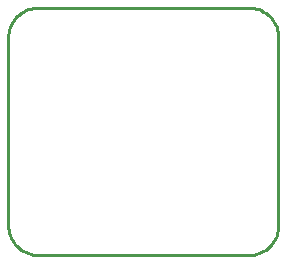
<source format=gbr>
G04 EAGLE Gerber RS-274X export*
G75*
%MOMM*%
%FSLAX34Y34*%
%LPD*%
%IN*%
%IPPOS*%
%AMOC8*
5,1,8,0,0,1.08239X$1,22.5*%
G01*
%ADD10C,0.254000*%


D10*
X0Y25400D02*
X97Y23186D01*
X386Y20989D01*
X865Y18826D01*
X1532Y16713D01*
X2380Y14666D01*
X3403Y12700D01*
X4594Y10831D01*
X5942Y9073D01*
X7440Y7440D01*
X9073Y5942D01*
X10831Y4594D01*
X12700Y3403D01*
X14666Y2380D01*
X16713Y1532D01*
X18826Y865D01*
X20989Y386D01*
X23186Y97D01*
X25400Y0D01*
X203200Y0D01*
X205414Y97D01*
X207611Y386D01*
X209774Y865D01*
X211887Y1532D01*
X213935Y2380D01*
X215900Y3403D01*
X217769Y4594D01*
X219527Y5942D01*
X221161Y7440D01*
X222658Y9073D01*
X224006Y10831D01*
X225197Y12700D01*
X226220Y14666D01*
X227068Y16713D01*
X227735Y18826D01*
X228214Y20989D01*
X228503Y23186D01*
X228600Y25400D01*
X228600Y184300D01*
X228503Y186514D01*
X228214Y188711D01*
X227735Y190874D01*
X227068Y192987D01*
X226220Y195035D01*
X225197Y197000D01*
X224006Y198869D01*
X222658Y200627D01*
X221161Y202261D01*
X219527Y203758D01*
X217769Y205106D01*
X215900Y206297D01*
X213935Y207320D01*
X211887Y208168D01*
X209774Y208835D01*
X207611Y209314D01*
X205414Y209603D01*
X203200Y209700D01*
X25400Y209700D01*
X23186Y209603D01*
X20989Y209314D01*
X18826Y208835D01*
X16713Y208168D01*
X14666Y207320D01*
X12700Y206297D01*
X10831Y205106D01*
X9073Y203758D01*
X7440Y202261D01*
X5942Y200627D01*
X4594Y198869D01*
X3403Y197000D01*
X2380Y195035D01*
X1532Y192987D01*
X865Y190874D01*
X386Y188711D01*
X97Y186514D01*
X0Y184300D01*
X0Y25400D01*
M02*

</source>
